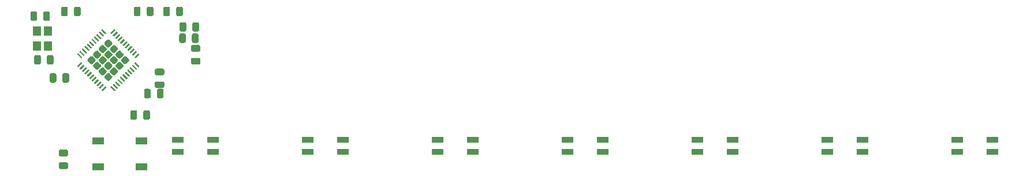
<source format=gbr>
%TF.GenerationSoftware,KiCad,Pcbnew,(5.1.6)-1*%
%TF.CreationDate,2022-02-11T00:07:08-06:00*%
%TF.ProjectId,Pikatea Macropad GB4,50696b61-7465-4612-904d-6163726f7061,rev?*%
%TF.SameCoordinates,Original*%
%TF.FileFunction,Paste,Top*%
%TF.FilePolarity,Positive*%
%FSLAX46Y46*%
G04 Gerber Fmt 4.6, Leading zero omitted, Abs format (unit mm)*
G04 Created by KiCad (PCBNEW (5.1.6)-1) date 2022-02-11 00:07:08*
%MOMM*%
%LPD*%
G01*
G04 APERTURE LIST*
%ADD10R,1.800000X0.820000*%
%ADD11R,1.700000X1.000000*%
%ADD12R,1.200000X1.400000*%
G04 APERTURE END LIST*
D10*
%TO.C,D5*%
X209650000Y-108770000D03*
X204450000Y-110570000D03*
X204450000Y-108770000D03*
X209650000Y-110570000D03*
%TD*%
%TO.C,D7*%
X247750000Y-108770000D03*
X242550000Y-110570000D03*
X242550000Y-108770000D03*
X247750000Y-110570000D03*
%TD*%
%TO.C,D6*%
X228700000Y-108770000D03*
X223500000Y-110570000D03*
X223500000Y-108770000D03*
X228700000Y-110570000D03*
%TD*%
%TO.C,D4*%
X190600000Y-108770000D03*
X185400000Y-110570000D03*
X185400000Y-108770000D03*
X190600000Y-110570000D03*
%TD*%
%TO.C,D3*%
X171550000Y-108770000D03*
X166350000Y-110570000D03*
X166350000Y-108770000D03*
X171550000Y-110570000D03*
%TD*%
%TO.C,D2*%
X152500000Y-108770000D03*
X147300000Y-110570000D03*
X147300000Y-108770000D03*
X152500000Y-110570000D03*
%TD*%
%TO.C,D1*%
X133450000Y-108770000D03*
X128250000Y-110570000D03*
X128250000Y-108770000D03*
X133450000Y-110570000D03*
%TD*%
%TO.C,R5*%
G36*
G01*
X129450000Y-93393750D02*
X129450000Y-94306250D01*
G75*
G02*
X129206250Y-94550000I-243750J0D01*
G01*
X128718750Y-94550000D01*
G75*
G02*
X128475000Y-94306250I0J243750D01*
G01*
X128475000Y-93393750D01*
G75*
G02*
X128718750Y-93150000I243750J0D01*
G01*
X129206250Y-93150000D01*
G75*
G02*
X129450000Y-93393750I0J-243750D01*
G01*
G37*
G36*
G01*
X131325000Y-93393750D02*
X131325000Y-94306250D01*
G75*
G02*
X131081250Y-94550000I-243750J0D01*
G01*
X130593750Y-94550000D01*
G75*
G02*
X130350000Y-94306250I0J243750D01*
G01*
X130350000Y-93393750D01*
G75*
G02*
X130593750Y-93150000I243750J0D01*
G01*
X131081250Y-93150000D01*
G75*
G02*
X131325000Y-93393750I0J-243750D01*
G01*
G37*
%TD*%
%TO.C,R4*%
G36*
G01*
X129512500Y-91733750D02*
X129512500Y-92646250D01*
G75*
G02*
X129268750Y-92890000I-243750J0D01*
G01*
X128781250Y-92890000D01*
G75*
G02*
X128537500Y-92646250I0J243750D01*
G01*
X128537500Y-91733750D01*
G75*
G02*
X128781250Y-91490000I243750J0D01*
G01*
X129268750Y-91490000D01*
G75*
G02*
X129512500Y-91733750I0J-243750D01*
G01*
G37*
G36*
G01*
X131387500Y-91733750D02*
X131387500Y-92646250D01*
G75*
G02*
X131143750Y-92890000I-243750J0D01*
G01*
X130656250Y-92890000D01*
G75*
G02*
X130412500Y-92646250I0J243750D01*
G01*
X130412500Y-91733750D01*
G75*
G02*
X130656250Y-91490000I243750J0D01*
G01*
X131143750Y-91490000D01*
G75*
G02*
X131387500Y-91733750I0J-243750D01*
G01*
G37*
%TD*%
%TO.C,R3*%
G36*
G01*
X111049750Y-112131500D02*
X111962250Y-112131500D01*
G75*
G02*
X112206000Y-112375250I0J-243750D01*
G01*
X112206000Y-112862750D01*
G75*
G02*
X111962250Y-113106500I-243750J0D01*
G01*
X111049750Y-113106500D01*
G75*
G02*
X110806000Y-112862750I0J243750D01*
G01*
X110806000Y-112375250D01*
G75*
G02*
X111049750Y-112131500I243750J0D01*
G01*
G37*
G36*
G01*
X111049750Y-110256500D02*
X111962250Y-110256500D01*
G75*
G02*
X112206000Y-110500250I0J-243750D01*
G01*
X112206000Y-110987750D01*
G75*
G02*
X111962250Y-111231500I-243750J0D01*
G01*
X111049750Y-111231500D01*
G75*
G02*
X110806000Y-110987750I0J243750D01*
G01*
X110806000Y-110500250D01*
G75*
G02*
X111049750Y-110256500I243750J0D01*
G01*
G37*
%TD*%
%TO.C,C10*%
G36*
G01*
X125212500Y-102456250D02*
X125212500Y-101543750D01*
G75*
G02*
X125456250Y-101300000I243750J0D01*
G01*
X125943750Y-101300000D01*
G75*
G02*
X126187500Y-101543750I0J-243750D01*
G01*
X126187500Y-102456250D01*
G75*
G02*
X125943750Y-102700000I-243750J0D01*
G01*
X125456250Y-102700000D01*
G75*
G02*
X125212500Y-102456250I0J243750D01*
G01*
G37*
G36*
G01*
X123337500Y-102456250D02*
X123337500Y-101543750D01*
G75*
G02*
X123581250Y-101300000I243750J0D01*
G01*
X124068750Y-101300000D01*
G75*
G02*
X124312500Y-101543750I0J-243750D01*
G01*
X124312500Y-102456250D01*
G75*
G02*
X124068750Y-102700000I-243750J0D01*
G01*
X123581250Y-102700000D01*
G75*
G02*
X123337500Y-102456250I0J243750D01*
G01*
G37*
%TD*%
%TO.C,C9*%
G36*
G01*
X128036500Y-90372250D02*
X128036500Y-89459750D01*
G75*
G02*
X128280250Y-89216000I243750J0D01*
G01*
X128767750Y-89216000D01*
G75*
G02*
X129011500Y-89459750I0J-243750D01*
G01*
X129011500Y-90372250D01*
G75*
G02*
X128767750Y-90616000I-243750J0D01*
G01*
X128280250Y-90616000D01*
G75*
G02*
X128036500Y-90372250I0J243750D01*
G01*
G37*
G36*
G01*
X126161500Y-90372250D02*
X126161500Y-89459750D01*
G75*
G02*
X126405250Y-89216000I243750J0D01*
G01*
X126892750Y-89216000D01*
G75*
G02*
X127136500Y-89459750I0J-243750D01*
G01*
X127136500Y-90372250D01*
G75*
G02*
X126892750Y-90616000I-243750J0D01*
G01*
X126405250Y-90616000D01*
G75*
G02*
X126161500Y-90372250I0J243750D01*
G01*
G37*
%TD*%
%TO.C,C8*%
G36*
G01*
X108550000Y-91056250D02*
X108550000Y-90143750D01*
G75*
G02*
X108793750Y-89900000I243750J0D01*
G01*
X109281250Y-89900000D01*
G75*
G02*
X109525000Y-90143750I0J-243750D01*
G01*
X109525000Y-91056250D01*
G75*
G02*
X109281250Y-91300000I-243750J0D01*
G01*
X108793750Y-91300000D01*
G75*
G02*
X108550000Y-91056250I0J243750D01*
G01*
G37*
G36*
G01*
X106675000Y-91056250D02*
X106675000Y-90143750D01*
G75*
G02*
X106918750Y-89900000I243750J0D01*
G01*
X107406250Y-89900000D01*
G75*
G02*
X107650000Y-90143750I0J-243750D01*
G01*
X107650000Y-91056250D01*
G75*
G02*
X107406250Y-91300000I-243750J0D01*
G01*
X106918750Y-91300000D01*
G75*
G02*
X106675000Y-91056250I0J243750D01*
G01*
G37*
%TD*%
%TO.C,C7*%
G36*
G01*
X108183500Y-96571750D02*
X108183500Y-97484250D01*
G75*
G02*
X107939750Y-97728000I-243750J0D01*
G01*
X107452250Y-97728000D01*
G75*
G02*
X107208500Y-97484250I0J243750D01*
G01*
X107208500Y-96571750D01*
G75*
G02*
X107452250Y-96328000I243750J0D01*
G01*
X107939750Y-96328000D01*
G75*
G02*
X108183500Y-96571750I0J-243750D01*
G01*
G37*
G36*
G01*
X110058500Y-96571750D02*
X110058500Y-97484250D01*
G75*
G02*
X109814750Y-97728000I-243750J0D01*
G01*
X109327250Y-97728000D01*
G75*
G02*
X109083500Y-97484250I0J243750D01*
G01*
X109083500Y-96571750D01*
G75*
G02*
X109327250Y-96328000I243750J0D01*
G01*
X109814750Y-96328000D01*
G75*
G02*
X110058500Y-96571750I0J-243750D01*
G01*
G37*
%TD*%
%TO.C,C5*%
G36*
G01*
X123210500Y-105612250D02*
X123210500Y-104699750D01*
G75*
G02*
X123454250Y-104456000I243750J0D01*
G01*
X123941750Y-104456000D01*
G75*
G02*
X124185500Y-104699750I0J-243750D01*
G01*
X124185500Y-105612250D01*
G75*
G02*
X123941750Y-105856000I-243750J0D01*
G01*
X123454250Y-105856000D01*
G75*
G02*
X123210500Y-105612250I0J243750D01*
G01*
G37*
G36*
G01*
X121335500Y-105612250D02*
X121335500Y-104699750D01*
G75*
G02*
X121579250Y-104456000I243750J0D01*
G01*
X122066750Y-104456000D01*
G75*
G02*
X122310500Y-104699750I0J-243750D01*
G01*
X122310500Y-105612250D01*
G75*
G02*
X122066750Y-105856000I-243750J0D01*
G01*
X121579250Y-105856000D01*
G75*
G02*
X121335500Y-105612250I0J243750D01*
G01*
G37*
%TD*%
%TO.C,C4*%
G36*
G01*
X126056250Y-99312500D02*
X125143750Y-99312500D01*
G75*
G02*
X124900000Y-99068750I0J243750D01*
G01*
X124900000Y-98581250D01*
G75*
G02*
X125143750Y-98337500I243750J0D01*
G01*
X126056250Y-98337500D01*
G75*
G02*
X126300000Y-98581250I0J-243750D01*
G01*
X126300000Y-99068750D01*
G75*
G02*
X126056250Y-99312500I-243750J0D01*
G01*
G37*
G36*
G01*
X126056250Y-101187500D02*
X125143750Y-101187500D01*
G75*
G02*
X124900000Y-100943750I0J243750D01*
G01*
X124900000Y-100456250D01*
G75*
G02*
X125143750Y-100212500I243750J0D01*
G01*
X126056250Y-100212500D01*
G75*
G02*
X126300000Y-100456250I0J-243750D01*
G01*
X126300000Y-100943750D01*
G75*
G02*
X126056250Y-101187500I-243750J0D01*
G01*
G37*
%TD*%
%TO.C,C3*%
G36*
G01*
X110462500Y-99243750D02*
X110462500Y-100156250D01*
G75*
G02*
X110218750Y-100400000I-243750J0D01*
G01*
X109731250Y-100400000D01*
G75*
G02*
X109487500Y-100156250I0J243750D01*
G01*
X109487500Y-99243750D01*
G75*
G02*
X109731250Y-99000000I243750J0D01*
G01*
X110218750Y-99000000D01*
G75*
G02*
X110462500Y-99243750I0J-243750D01*
G01*
G37*
G36*
G01*
X112337500Y-99243750D02*
X112337500Y-100156250D01*
G75*
G02*
X112093750Y-100400000I-243750J0D01*
G01*
X111606250Y-100400000D01*
G75*
G02*
X111362500Y-100156250I0J243750D01*
G01*
X111362500Y-99243750D01*
G75*
G02*
X111606250Y-99000000I243750J0D01*
G01*
X112093750Y-99000000D01*
G75*
G02*
X112337500Y-99243750I0J-243750D01*
G01*
G37*
%TD*%
%TO.C,C2*%
G36*
G01*
X123718500Y-90372250D02*
X123718500Y-89459750D01*
G75*
G02*
X123962250Y-89216000I243750J0D01*
G01*
X124449750Y-89216000D01*
G75*
G02*
X124693500Y-89459750I0J-243750D01*
G01*
X124693500Y-90372250D01*
G75*
G02*
X124449750Y-90616000I-243750J0D01*
G01*
X123962250Y-90616000D01*
G75*
G02*
X123718500Y-90372250I0J243750D01*
G01*
G37*
G36*
G01*
X121843500Y-90372250D02*
X121843500Y-89459750D01*
G75*
G02*
X122087250Y-89216000I243750J0D01*
G01*
X122574750Y-89216000D01*
G75*
G02*
X122818500Y-89459750I0J-243750D01*
G01*
X122818500Y-90372250D01*
G75*
G02*
X122574750Y-90616000I-243750J0D01*
G01*
X122087250Y-90616000D01*
G75*
G02*
X121843500Y-90372250I0J243750D01*
G01*
G37*
%TD*%
%TO.C,C1*%
G36*
G01*
X112150500Y-89459750D02*
X112150500Y-90372250D01*
G75*
G02*
X111906750Y-90616000I-243750J0D01*
G01*
X111419250Y-90616000D01*
G75*
G02*
X111175500Y-90372250I0J243750D01*
G01*
X111175500Y-89459750D01*
G75*
G02*
X111419250Y-89216000I243750J0D01*
G01*
X111906750Y-89216000D01*
G75*
G02*
X112150500Y-89459750I0J-243750D01*
G01*
G37*
G36*
G01*
X114025500Y-89459750D02*
X114025500Y-90372250D01*
G75*
G02*
X113781750Y-90616000I-243750J0D01*
G01*
X113294250Y-90616000D01*
G75*
G02*
X113050500Y-90372250I0J243750D01*
G01*
X113050500Y-89459750D01*
G75*
G02*
X113294250Y-89216000I243750J0D01*
G01*
X113781750Y-89216000D01*
G75*
G02*
X114025500Y-89459750I0J-243750D01*
G01*
G37*
%TD*%
%TO.C,C6*%
G36*
G01*
X130443750Y-94862500D02*
X131356250Y-94862500D01*
G75*
G02*
X131600000Y-95106250I0J-243750D01*
G01*
X131600000Y-95593750D01*
G75*
G02*
X131356250Y-95837500I-243750J0D01*
G01*
X130443750Y-95837500D01*
G75*
G02*
X130200000Y-95593750I0J243750D01*
G01*
X130200000Y-95106250D01*
G75*
G02*
X130443750Y-94862500I243750J0D01*
G01*
G37*
G36*
G01*
X130443750Y-96737500D02*
X131356250Y-96737500D01*
G75*
G02*
X131600000Y-96981250I0J-243750D01*
G01*
X131600000Y-97468750D01*
G75*
G02*
X131356250Y-97712500I-243750J0D01*
G01*
X130443750Y-97712500D01*
G75*
G02*
X130200000Y-97468750I0J243750D01*
G01*
X130200000Y-96981250D01*
G75*
G02*
X130443750Y-96737500I243750J0D01*
G01*
G37*
%TD*%
%TO.C,U1*%
G36*
G01*
X115800263Y-96561106D02*
X116152859Y-96913702D01*
G75*
G02*
X116152859Y-97266298I-176298J-176298D01*
G01*
X115800263Y-97618894D01*
G75*
G02*
X115447667Y-97618894I-176298J176298D01*
G01*
X115095071Y-97266298D01*
G75*
G02*
X115095071Y-96913702I176298J176298D01*
G01*
X115447667Y-96561106D01*
G75*
G02*
X115800263Y-96561106I176298J-176298D01*
G01*
G37*
G36*
G01*
X116622275Y-97383118D02*
X116974871Y-97735714D01*
G75*
G02*
X116974871Y-98088310I-176298J-176298D01*
G01*
X116622275Y-98440906D01*
G75*
G02*
X116269679Y-98440906I-176298J176298D01*
G01*
X115917083Y-98088310D01*
G75*
G02*
X115917083Y-97735714I176298J176298D01*
G01*
X116269679Y-97383118D01*
G75*
G02*
X116622275Y-97383118I176298J-176298D01*
G01*
G37*
G36*
G01*
X117444286Y-98205129D02*
X117796882Y-98557725D01*
G75*
G02*
X117796882Y-98910321I-176298J-176298D01*
G01*
X117444286Y-99262917D01*
G75*
G02*
X117091690Y-99262917I-176298J176298D01*
G01*
X116739094Y-98910321D01*
G75*
G02*
X116739094Y-98557725I176298J176298D01*
G01*
X117091690Y-98205129D01*
G75*
G02*
X117444286Y-98205129I176298J-176298D01*
G01*
G37*
G36*
G01*
X118266298Y-99027141D02*
X118618894Y-99379737D01*
G75*
G02*
X118618894Y-99732333I-176298J-176298D01*
G01*
X118266298Y-100084929D01*
G75*
G02*
X117913702Y-100084929I-176298J176298D01*
G01*
X117561106Y-99732333D01*
G75*
G02*
X117561106Y-99379737I176298J176298D01*
G01*
X117913702Y-99027141D01*
G75*
G02*
X118266298Y-99027141I176298J-176298D01*
G01*
G37*
G36*
G01*
X116622275Y-95739094D02*
X116974871Y-96091690D01*
G75*
G02*
X116974871Y-96444286I-176298J-176298D01*
G01*
X116622275Y-96796882D01*
G75*
G02*
X116269679Y-96796882I-176298J176298D01*
G01*
X115917083Y-96444286D01*
G75*
G02*
X115917083Y-96091690I176298J176298D01*
G01*
X116269679Y-95739094D01*
G75*
G02*
X116622275Y-95739094I176298J-176298D01*
G01*
G37*
G36*
G01*
X117444286Y-96561106D02*
X117796882Y-96913702D01*
G75*
G02*
X117796882Y-97266298I-176298J-176298D01*
G01*
X117444286Y-97618894D01*
G75*
G02*
X117091690Y-97618894I-176298J176298D01*
G01*
X116739094Y-97266298D01*
G75*
G02*
X116739094Y-96913702I176298J176298D01*
G01*
X117091690Y-96561106D01*
G75*
G02*
X117444286Y-96561106I176298J-176298D01*
G01*
G37*
G36*
G01*
X118266298Y-97383118D02*
X118618894Y-97735714D01*
G75*
G02*
X118618894Y-98088310I-176298J-176298D01*
G01*
X118266298Y-98440906D01*
G75*
G02*
X117913702Y-98440906I-176298J176298D01*
G01*
X117561106Y-98088310D01*
G75*
G02*
X117561106Y-97735714I176298J176298D01*
G01*
X117913702Y-97383118D01*
G75*
G02*
X118266298Y-97383118I176298J-176298D01*
G01*
G37*
G36*
G01*
X119088310Y-98205129D02*
X119440906Y-98557725D01*
G75*
G02*
X119440906Y-98910321I-176298J-176298D01*
G01*
X119088310Y-99262917D01*
G75*
G02*
X118735714Y-99262917I-176298J176298D01*
G01*
X118383118Y-98910321D01*
G75*
G02*
X118383118Y-98557725I176298J176298D01*
G01*
X118735714Y-98205129D01*
G75*
G02*
X119088310Y-98205129I176298J-176298D01*
G01*
G37*
G36*
G01*
X117444286Y-94917083D02*
X117796882Y-95269679D01*
G75*
G02*
X117796882Y-95622275I-176298J-176298D01*
G01*
X117444286Y-95974871D01*
G75*
G02*
X117091690Y-95974871I-176298J176298D01*
G01*
X116739094Y-95622275D01*
G75*
G02*
X116739094Y-95269679I176298J176298D01*
G01*
X117091690Y-94917083D01*
G75*
G02*
X117444286Y-94917083I176298J-176298D01*
G01*
G37*
G36*
G01*
X118266298Y-95739094D02*
X118618894Y-96091690D01*
G75*
G02*
X118618894Y-96444286I-176298J-176298D01*
G01*
X118266298Y-96796882D01*
G75*
G02*
X117913702Y-96796882I-176298J176298D01*
G01*
X117561106Y-96444286D01*
G75*
G02*
X117561106Y-96091690I176298J176298D01*
G01*
X117913702Y-95739094D01*
G75*
G02*
X118266298Y-95739094I176298J-176298D01*
G01*
G37*
G36*
G01*
X119088310Y-96561106D02*
X119440906Y-96913702D01*
G75*
G02*
X119440906Y-97266298I-176298J-176298D01*
G01*
X119088310Y-97618894D01*
G75*
G02*
X118735714Y-97618894I-176298J176298D01*
G01*
X118383118Y-97266298D01*
G75*
G02*
X118383118Y-96913702I176298J176298D01*
G01*
X118735714Y-96561106D01*
G75*
G02*
X119088310Y-96561106I176298J-176298D01*
G01*
G37*
G36*
G01*
X119910321Y-97383118D02*
X120262917Y-97735714D01*
G75*
G02*
X120262917Y-98088310I-176298J-176298D01*
G01*
X119910321Y-98440906D01*
G75*
G02*
X119557725Y-98440906I-176298J176298D01*
G01*
X119205129Y-98088310D01*
G75*
G02*
X119205129Y-97735714I176298J176298D01*
G01*
X119557725Y-97383118D01*
G75*
G02*
X119910321Y-97383118I176298J-176298D01*
G01*
G37*
G36*
G01*
X118266298Y-94095071D02*
X118618894Y-94447667D01*
G75*
G02*
X118618894Y-94800263I-176298J-176298D01*
G01*
X118266298Y-95152859D01*
G75*
G02*
X117913702Y-95152859I-176298J176298D01*
G01*
X117561106Y-94800263D01*
G75*
G02*
X117561106Y-94447667I176298J176298D01*
G01*
X117913702Y-94095071D01*
G75*
G02*
X118266298Y-94095071I176298J-176298D01*
G01*
G37*
G36*
G01*
X119088310Y-94917083D02*
X119440906Y-95269679D01*
G75*
G02*
X119440906Y-95622275I-176298J-176298D01*
G01*
X119088310Y-95974871D01*
G75*
G02*
X118735714Y-95974871I-176298J176298D01*
G01*
X118383118Y-95622275D01*
G75*
G02*
X118383118Y-95269679I176298J176298D01*
G01*
X118735714Y-94917083D01*
G75*
G02*
X119088310Y-94917083I176298J-176298D01*
G01*
G37*
G36*
G01*
X119910321Y-95739094D02*
X120262917Y-96091690D01*
G75*
G02*
X120262917Y-96444286I-176298J-176298D01*
G01*
X119910321Y-96796882D01*
G75*
G02*
X119557725Y-96796882I-176298J176298D01*
G01*
X119205129Y-96444286D01*
G75*
G02*
X119205129Y-96091690I176298J176298D01*
G01*
X119557725Y-95739094D01*
G75*
G02*
X119910321Y-95739094I176298J-176298D01*
G01*
G37*
G36*
G01*
X120732333Y-96561106D02*
X121084929Y-96913702D01*
G75*
G02*
X121084929Y-97266298I-176298J-176298D01*
G01*
X120732333Y-97618894D01*
G75*
G02*
X120379737Y-97618894I-176298J176298D01*
G01*
X120027141Y-97266298D01*
G75*
G02*
X120027141Y-96913702I176298J176298D01*
G01*
X120379737Y-96561106D01*
G75*
G02*
X120732333Y-96561106I176298J-176298D01*
G01*
G37*
G36*
G01*
X122111670Y-97399360D02*
X122642000Y-97929690D01*
G75*
G02*
X122642000Y-98018078I-44194J-44194D01*
G01*
X122553612Y-98106466D01*
G75*
G02*
X122465224Y-98106466I-44194J44194D01*
G01*
X121934894Y-97576136D01*
G75*
G02*
X121934894Y-97487748I44194J44194D01*
G01*
X122023282Y-97399360D01*
G75*
G02*
X122111670Y-97399360I44194J-44194D01*
G01*
G37*
G36*
G01*
X121758116Y-97752913D02*
X122288446Y-98283243D01*
G75*
G02*
X122288446Y-98371631I-44194J-44194D01*
G01*
X122200058Y-98460019D01*
G75*
G02*
X122111670Y-98460019I-44194J44194D01*
G01*
X121581340Y-97929689D01*
G75*
G02*
X121581340Y-97841301I44194J44194D01*
G01*
X121669728Y-97752913D01*
G75*
G02*
X121758116Y-97752913I44194J-44194D01*
G01*
G37*
G36*
G01*
X121404563Y-98106466D02*
X121934893Y-98636796D01*
G75*
G02*
X121934893Y-98725184I-44194J-44194D01*
G01*
X121846505Y-98813572D01*
G75*
G02*
X121758117Y-98813572I-44194J44194D01*
G01*
X121227787Y-98283242D01*
G75*
G02*
X121227787Y-98194854I44194J44194D01*
G01*
X121316175Y-98106466D01*
G75*
G02*
X121404563Y-98106466I44194J-44194D01*
G01*
G37*
G36*
G01*
X121051009Y-98460020D02*
X121581339Y-98990350D01*
G75*
G02*
X121581339Y-99078738I-44194J-44194D01*
G01*
X121492951Y-99167126D01*
G75*
G02*
X121404563Y-99167126I-44194J44194D01*
G01*
X120874233Y-98636796D01*
G75*
G02*
X120874233Y-98548408I44194J44194D01*
G01*
X120962621Y-98460020D01*
G75*
G02*
X121051009Y-98460020I44194J-44194D01*
G01*
G37*
G36*
G01*
X120697456Y-98813573D02*
X121227786Y-99343903D01*
G75*
G02*
X121227786Y-99432291I-44194J-44194D01*
G01*
X121139398Y-99520679D01*
G75*
G02*
X121051010Y-99520679I-44194J44194D01*
G01*
X120520680Y-98990349D01*
G75*
G02*
X120520680Y-98901961I44194J44194D01*
G01*
X120609068Y-98813573D01*
G75*
G02*
X120697456Y-98813573I44194J-44194D01*
G01*
G37*
G36*
G01*
X120343903Y-99167127D02*
X120874233Y-99697457D01*
G75*
G02*
X120874233Y-99785845I-44194J-44194D01*
G01*
X120785845Y-99874233D01*
G75*
G02*
X120697457Y-99874233I-44194J44194D01*
G01*
X120167127Y-99343903D01*
G75*
G02*
X120167127Y-99255515I44194J44194D01*
G01*
X120255515Y-99167127D01*
G75*
G02*
X120343903Y-99167127I44194J-44194D01*
G01*
G37*
G36*
G01*
X119990349Y-99520680D02*
X120520679Y-100051010D01*
G75*
G02*
X120520679Y-100139398I-44194J-44194D01*
G01*
X120432291Y-100227786D01*
G75*
G02*
X120343903Y-100227786I-44194J44194D01*
G01*
X119813573Y-99697456D01*
G75*
G02*
X119813573Y-99609068I44194J44194D01*
G01*
X119901961Y-99520680D01*
G75*
G02*
X119990349Y-99520680I44194J-44194D01*
G01*
G37*
G36*
G01*
X119636796Y-99874233D02*
X120167126Y-100404563D01*
G75*
G02*
X120167126Y-100492951I-44194J-44194D01*
G01*
X120078738Y-100581339D01*
G75*
G02*
X119990350Y-100581339I-44194J44194D01*
G01*
X119460020Y-100051009D01*
G75*
G02*
X119460020Y-99962621I44194J44194D01*
G01*
X119548408Y-99874233D01*
G75*
G02*
X119636796Y-99874233I44194J-44194D01*
G01*
G37*
G36*
G01*
X119283242Y-100227787D02*
X119813572Y-100758117D01*
G75*
G02*
X119813572Y-100846505I-44194J-44194D01*
G01*
X119725184Y-100934893D01*
G75*
G02*
X119636796Y-100934893I-44194J44194D01*
G01*
X119106466Y-100404563D01*
G75*
G02*
X119106466Y-100316175I44194J44194D01*
G01*
X119194854Y-100227787D01*
G75*
G02*
X119283242Y-100227787I44194J-44194D01*
G01*
G37*
G36*
G01*
X118929689Y-100581340D02*
X119460019Y-101111670D01*
G75*
G02*
X119460019Y-101200058I-44194J-44194D01*
G01*
X119371631Y-101288446D01*
G75*
G02*
X119283243Y-101288446I-44194J44194D01*
G01*
X118752913Y-100758116D01*
G75*
G02*
X118752913Y-100669728I44194J44194D01*
G01*
X118841301Y-100581340D01*
G75*
G02*
X118929689Y-100581340I44194J-44194D01*
G01*
G37*
G36*
G01*
X118576136Y-100934894D02*
X119106466Y-101465224D01*
G75*
G02*
X119106466Y-101553612I-44194J-44194D01*
G01*
X119018078Y-101642000D01*
G75*
G02*
X118929690Y-101642000I-44194J44194D01*
G01*
X118399360Y-101111670D01*
G75*
G02*
X118399360Y-101023282I44194J44194D01*
G01*
X118487748Y-100934894D01*
G75*
G02*
X118576136Y-100934894I44194J-44194D01*
G01*
G37*
G36*
G01*
X117692252Y-100934894D02*
X117780640Y-101023282D01*
G75*
G02*
X117780640Y-101111670I-44194J-44194D01*
G01*
X117250310Y-101642000D01*
G75*
G02*
X117161922Y-101642000I-44194J44194D01*
G01*
X117073534Y-101553612D01*
G75*
G02*
X117073534Y-101465224I44194J44194D01*
G01*
X117603864Y-100934894D01*
G75*
G02*
X117692252Y-100934894I44194J-44194D01*
G01*
G37*
G36*
G01*
X117338699Y-100581340D02*
X117427087Y-100669728D01*
G75*
G02*
X117427087Y-100758116I-44194J-44194D01*
G01*
X116896757Y-101288446D01*
G75*
G02*
X116808369Y-101288446I-44194J44194D01*
G01*
X116719981Y-101200058D01*
G75*
G02*
X116719981Y-101111670I44194J44194D01*
G01*
X117250311Y-100581340D01*
G75*
G02*
X117338699Y-100581340I44194J-44194D01*
G01*
G37*
G36*
G01*
X116985146Y-100227787D02*
X117073534Y-100316175D01*
G75*
G02*
X117073534Y-100404563I-44194J-44194D01*
G01*
X116543204Y-100934893D01*
G75*
G02*
X116454816Y-100934893I-44194J44194D01*
G01*
X116366428Y-100846505D01*
G75*
G02*
X116366428Y-100758117I44194J44194D01*
G01*
X116896758Y-100227787D01*
G75*
G02*
X116985146Y-100227787I44194J-44194D01*
G01*
G37*
G36*
G01*
X116631592Y-99874233D02*
X116719980Y-99962621D01*
G75*
G02*
X116719980Y-100051009I-44194J-44194D01*
G01*
X116189650Y-100581339D01*
G75*
G02*
X116101262Y-100581339I-44194J44194D01*
G01*
X116012874Y-100492951D01*
G75*
G02*
X116012874Y-100404563I44194J44194D01*
G01*
X116543204Y-99874233D01*
G75*
G02*
X116631592Y-99874233I44194J-44194D01*
G01*
G37*
G36*
G01*
X116278039Y-99520680D02*
X116366427Y-99609068D01*
G75*
G02*
X116366427Y-99697456I-44194J-44194D01*
G01*
X115836097Y-100227786D01*
G75*
G02*
X115747709Y-100227786I-44194J44194D01*
G01*
X115659321Y-100139398D01*
G75*
G02*
X115659321Y-100051010I44194J44194D01*
G01*
X116189651Y-99520680D01*
G75*
G02*
X116278039Y-99520680I44194J-44194D01*
G01*
G37*
G36*
G01*
X115924485Y-99167127D02*
X116012873Y-99255515D01*
G75*
G02*
X116012873Y-99343903I-44194J-44194D01*
G01*
X115482543Y-99874233D01*
G75*
G02*
X115394155Y-99874233I-44194J44194D01*
G01*
X115305767Y-99785845D01*
G75*
G02*
X115305767Y-99697457I44194J44194D01*
G01*
X115836097Y-99167127D01*
G75*
G02*
X115924485Y-99167127I44194J-44194D01*
G01*
G37*
G36*
G01*
X115570932Y-98813573D02*
X115659320Y-98901961D01*
G75*
G02*
X115659320Y-98990349I-44194J-44194D01*
G01*
X115128990Y-99520679D01*
G75*
G02*
X115040602Y-99520679I-44194J44194D01*
G01*
X114952214Y-99432291D01*
G75*
G02*
X114952214Y-99343903I44194J44194D01*
G01*
X115482544Y-98813573D01*
G75*
G02*
X115570932Y-98813573I44194J-44194D01*
G01*
G37*
G36*
G01*
X115217379Y-98460020D02*
X115305767Y-98548408D01*
G75*
G02*
X115305767Y-98636796I-44194J-44194D01*
G01*
X114775437Y-99167126D01*
G75*
G02*
X114687049Y-99167126I-44194J44194D01*
G01*
X114598661Y-99078738D01*
G75*
G02*
X114598661Y-98990350I44194J44194D01*
G01*
X115128991Y-98460020D01*
G75*
G02*
X115217379Y-98460020I44194J-44194D01*
G01*
G37*
G36*
G01*
X114863825Y-98106466D02*
X114952213Y-98194854D01*
G75*
G02*
X114952213Y-98283242I-44194J-44194D01*
G01*
X114421883Y-98813572D01*
G75*
G02*
X114333495Y-98813572I-44194J44194D01*
G01*
X114245107Y-98725184D01*
G75*
G02*
X114245107Y-98636796I44194J44194D01*
G01*
X114775437Y-98106466D01*
G75*
G02*
X114863825Y-98106466I44194J-44194D01*
G01*
G37*
G36*
G01*
X114510272Y-97752913D02*
X114598660Y-97841301D01*
G75*
G02*
X114598660Y-97929689I-44194J-44194D01*
G01*
X114068330Y-98460019D01*
G75*
G02*
X113979942Y-98460019I-44194J44194D01*
G01*
X113891554Y-98371631D01*
G75*
G02*
X113891554Y-98283243I44194J44194D01*
G01*
X114421884Y-97752913D01*
G75*
G02*
X114510272Y-97752913I44194J-44194D01*
G01*
G37*
G36*
G01*
X114156718Y-97399360D02*
X114245106Y-97487748D01*
G75*
G02*
X114245106Y-97576136I-44194J-44194D01*
G01*
X113714776Y-98106466D01*
G75*
G02*
X113626388Y-98106466I-44194J44194D01*
G01*
X113538000Y-98018078D01*
G75*
G02*
X113538000Y-97929690I44194J44194D01*
G01*
X114068330Y-97399360D01*
G75*
G02*
X114156718Y-97399360I44194J-44194D01*
G01*
G37*
G36*
G01*
X113714776Y-96073534D02*
X114245106Y-96603864D01*
G75*
G02*
X114245106Y-96692252I-44194J-44194D01*
G01*
X114156718Y-96780640D01*
G75*
G02*
X114068330Y-96780640I-44194J44194D01*
G01*
X113538000Y-96250310D01*
G75*
G02*
X113538000Y-96161922I44194J44194D01*
G01*
X113626388Y-96073534D01*
G75*
G02*
X113714776Y-96073534I44194J-44194D01*
G01*
G37*
G36*
G01*
X114068330Y-95719981D02*
X114598660Y-96250311D01*
G75*
G02*
X114598660Y-96338699I-44194J-44194D01*
G01*
X114510272Y-96427087D01*
G75*
G02*
X114421884Y-96427087I-44194J44194D01*
G01*
X113891554Y-95896757D01*
G75*
G02*
X113891554Y-95808369I44194J44194D01*
G01*
X113979942Y-95719981D01*
G75*
G02*
X114068330Y-95719981I44194J-44194D01*
G01*
G37*
G36*
G01*
X114421883Y-95366428D02*
X114952213Y-95896758D01*
G75*
G02*
X114952213Y-95985146I-44194J-44194D01*
G01*
X114863825Y-96073534D01*
G75*
G02*
X114775437Y-96073534I-44194J44194D01*
G01*
X114245107Y-95543204D01*
G75*
G02*
X114245107Y-95454816I44194J44194D01*
G01*
X114333495Y-95366428D01*
G75*
G02*
X114421883Y-95366428I44194J-44194D01*
G01*
G37*
G36*
G01*
X114775437Y-95012874D02*
X115305767Y-95543204D01*
G75*
G02*
X115305767Y-95631592I-44194J-44194D01*
G01*
X115217379Y-95719980D01*
G75*
G02*
X115128991Y-95719980I-44194J44194D01*
G01*
X114598661Y-95189650D01*
G75*
G02*
X114598661Y-95101262I44194J44194D01*
G01*
X114687049Y-95012874D01*
G75*
G02*
X114775437Y-95012874I44194J-44194D01*
G01*
G37*
G36*
G01*
X115128990Y-94659321D02*
X115659320Y-95189651D01*
G75*
G02*
X115659320Y-95278039I-44194J-44194D01*
G01*
X115570932Y-95366427D01*
G75*
G02*
X115482544Y-95366427I-44194J44194D01*
G01*
X114952214Y-94836097D01*
G75*
G02*
X114952214Y-94747709I44194J44194D01*
G01*
X115040602Y-94659321D01*
G75*
G02*
X115128990Y-94659321I44194J-44194D01*
G01*
G37*
G36*
G01*
X115482543Y-94305767D02*
X116012873Y-94836097D01*
G75*
G02*
X116012873Y-94924485I-44194J-44194D01*
G01*
X115924485Y-95012873D01*
G75*
G02*
X115836097Y-95012873I-44194J44194D01*
G01*
X115305767Y-94482543D01*
G75*
G02*
X115305767Y-94394155I44194J44194D01*
G01*
X115394155Y-94305767D01*
G75*
G02*
X115482543Y-94305767I44194J-44194D01*
G01*
G37*
G36*
G01*
X115836097Y-93952214D02*
X116366427Y-94482544D01*
G75*
G02*
X116366427Y-94570932I-44194J-44194D01*
G01*
X116278039Y-94659320D01*
G75*
G02*
X116189651Y-94659320I-44194J44194D01*
G01*
X115659321Y-94128990D01*
G75*
G02*
X115659321Y-94040602I44194J44194D01*
G01*
X115747709Y-93952214D01*
G75*
G02*
X115836097Y-93952214I44194J-44194D01*
G01*
G37*
G36*
G01*
X116189650Y-93598661D02*
X116719980Y-94128991D01*
G75*
G02*
X116719980Y-94217379I-44194J-44194D01*
G01*
X116631592Y-94305767D01*
G75*
G02*
X116543204Y-94305767I-44194J44194D01*
G01*
X116012874Y-93775437D01*
G75*
G02*
X116012874Y-93687049I44194J44194D01*
G01*
X116101262Y-93598661D01*
G75*
G02*
X116189650Y-93598661I44194J-44194D01*
G01*
G37*
G36*
G01*
X116543204Y-93245107D02*
X117073534Y-93775437D01*
G75*
G02*
X117073534Y-93863825I-44194J-44194D01*
G01*
X116985146Y-93952213D01*
G75*
G02*
X116896758Y-93952213I-44194J44194D01*
G01*
X116366428Y-93421883D01*
G75*
G02*
X116366428Y-93333495I44194J44194D01*
G01*
X116454816Y-93245107D01*
G75*
G02*
X116543204Y-93245107I44194J-44194D01*
G01*
G37*
G36*
G01*
X116896757Y-92891554D02*
X117427087Y-93421884D01*
G75*
G02*
X117427087Y-93510272I-44194J-44194D01*
G01*
X117338699Y-93598660D01*
G75*
G02*
X117250311Y-93598660I-44194J44194D01*
G01*
X116719981Y-93068330D01*
G75*
G02*
X116719981Y-92979942I44194J44194D01*
G01*
X116808369Y-92891554D01*
G75*
G02*
X116896757Y-92891554I44194J-44194D01*
G01*
G37*
G36*
G01*
X117250310Y-92538000D02*
X117780640Y-93068330D01*
G75*
G02*
X117780640Y-93156718I-44194J-44194D01*
G01*
X117692252Y-93245106D01*
G75*
G02*
X117603864Y-93245106I-44194J44194D01*
G01*
X117073534Y-92714776D01*
G75*
G02*
X117073534Y-92626388I44194J44194D01*
G01*
X117161922Y-92538000D01*
G75*
G02*
X117250310Y-92538000I44194J-44194D01*
G01*
G37*
G36*
G01*
X119018078Y-92538000D02*
X119106466Y-92626388D01*
G75*
G02*
X119106466Y-92714776I-44194J-44194D01*
G01*
X118576136Y-93245106D01*
G75*
G02*
X118487748Y-93245106I-44194J44194D01*
G01*
X118399360Y-93156718D01*
G75*
G02*
X118399360Y-93068330I44194J44194D01*
G01*
X118929690Y-92538000D01*
G75*
G02*
X119018078Y-92538000I44194J-44194D01*
G01*
G37*
G36*
G01*
X119371631Y-92891554D02*
X119460019Y-92979942D01*
G75*
G02*
X119460019Y-93068330I-44194J-44194D01*
G01*
X118929689Y-93598660D01*
G75*
G02*
X118841301Y-93598660I-44194J44194D01*
G01*
X118752913Y-93510272D01*
G75*
G02*
X118752913Y-93421884I44194J44194D01*
G01*
X119283243Y-92891554D01*
G75*
G02*
X119371631Y-92891554I44194J-44194D01*
G01*
G37*
G36*
G01*
X119725184Y-93245107D02*
X119813572Y-93333495D01*
G75*
G02*
X119813572Y-93421883I-44194J-44194D01*
G01*
X119283242Y-93952213D01*
G75*
G02*
X119194854Y-93952213I-44194J44194D01*
G01*
X119106466Y-93863825D01*
G75*
G02*
X119106466Y-93775437I44194J44194D01*
G01*
X119636796Y-93245107D01*
G75*
G02*
X119725184Y-93245107I44194J-44194D01*
G01*
G37*
G36*
G01*
X120078738Y-93598661D02*
X120167126Y-93687049D01*
G75*
G02*
X120167126Y-93775437I-44194J-44194D01*
G01*
X119636796Y-94305767D01*
G75*
G02*
X119548408Y-94305767I-44194J44194D01*
G01*
X119460020Y-94217379D01*
G75*
G02*
X119460020Y-94128991I44194J44194D01*
G01*
X119990350Y-93598661D01*
G75*
G02*
X120078738Y-93598661I44194J-44194D01*
G01*
G37*
G36*
G01*
X120432291Y-93952214D02*
X120520679Y-94040602D01*
G75*
G02*
X120520679Y-94128990I-44194J-44194D01*
G01*
X119990349Y-94659320D01*
G75*
G02*
X119901961Y-94659320I-44194J44194D01*
G01*
X119813573Y-94570932D01*
G75*
G02*
X119813573Y-94482544I44194J44194D01*
G01*
X120343903Y-93952214D01*
G75*
G02*
X120432291Y-93952214I44194J-44194D01*
G01*
G37*
G36*
G01*
X120785845Y-94305767D02*
X120874233Y-94394155D01*
G75*
G02*
X120874233Y-94482543I-44194J-44194D01*
G01*
X120343903Y-95012873D01*
G75*
G02*
X120255515Y-95012873I-44194J44194D01*
G01*
X120167127Y-94924485D01*
G75*
G02*
X120167127Y-94836097I44194J44194D01*
G01*
X120697457Y-94305767D01*
G75*
G02*
X120785845Y-94305767I44194J-44194D01*
G01*
G37*
G36*
G01*
X121139398Y-94659321D02*
X121227786Y-94747709D01*
G75*
G02*
X121227786Y-94836097I-44194J-44194D01*
G01*
X120697456Y-95366427D01*
G75*
G02*
X120609068Y-95366427I-44194J44194D01*
G01*
X120520680Y-95278039D01*
G75*
G02*
X120520680Y-95189651I44194J44194D01*
G01*
X121051010Y-94659321D01*
G75*
G02*
X121139398Y-94659321I44194J-44194D01*
G01*
G37*
G36*
G01*
X121492951Y-95012874D02*
X121581339Y-95101262D01*
G75*
G02*
X121581339Y-95189650I-44194J-44194D01*
G01*
X121051009Y-95719980D01*
G75*
G02*
X120962621Y-95719980I-44194J44194D01*
G01*
X120874233Y-95631592D01*
G75*
G02*
X120874233Y-95543204I44194J44194D01*
G01*
X121404563Y-95012874D01*
G75*
G02*
X121492951Y-95012874I44194J-44194D01*
G01*
G37*
G36*
G01*
X121846505Y-95366428D02*
X121934893Y-95454816D01*
G75*
G02*
X121934893Y-95543204I-44194J-44194D01*
G01*
X121404563Y-96073534D01*
G75*
G02*
X121316175Y-96073534I-44194J44194D01*
G01*
X121227787Y-95985146D01*
G75*
G02*
X121227787Y-95896758I44194J44194D01*
G01*
X121758117Y-95366428D01*
G75*
G02*
X121846505Y-95366428I44194J-44194D01*
G01*
G37*
G36*
G01*
X122200058Y-95719981D02*
X122288446Y-95808369D01*
G75*
G02*
X122288446Y-95896757I-44194J-44194D01*
G01*
X121758116Y-96427087D01*
G75*
G02*
X121669728Y-96427087I-44194J44194D01*
G01*
X121581340Y-96338699D01*
G75*
G02*
X121581340Y-96250311I44194J44194D01*
G01*
X122111670Y-95719981D01*
G75*
G02*
X122200058Y-95719981I44194J-44194D01*
G01*
G37*
G36*
G01*
X122553612Y-96073534D02*
X122642000Y-96161922D01*
G75*
G02*
X122642000Y-96250310I-44194J-44194D01*
G01*
X122111670Y-96780640D01*
G75*
G02*
X122023282Y-96780640I-44194J44194D01*
G01*
X121934894Y-96692252D01*
G75*
G02*
X121934894Y-96603864I44194J44194D01*
G01*
X122465224Y-96073534D01*
G75*
G02*
X122553612Y-96073534I44194J-44194D01*
G01*
G37*
%TD*%
D11*
%TO.C,SW1*%
X122936000Y-112766000D03*
X116636000Y-112766000D03*
X122936000Y-108966000D03*
X116636000Y-108966000D03*
%TD*%
D12*
%TO.C,X1*%
X107620000Y-94996000D03*
X107620000Y-92796000D03*
X109220000Y-92796000D03*
X109220000Y-94996000D03*
%TD*%
M02*

</source>
